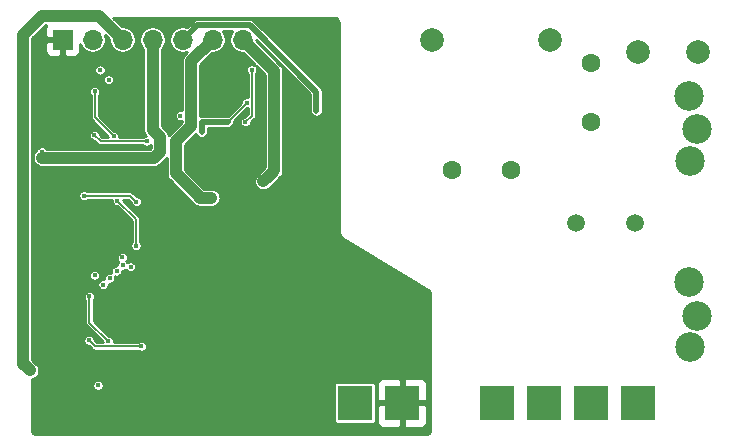
<source format=gbr>
%TF.GenerationSoftware,KiCad,Pcbnew,5.1.10-1.fc33*%
%TF.CreationDate,2021-08-28T17:16:11-07:00*%
%TF.ProjectId,hardware,68617264-7761-4726-952e-6b696361645f,rev?*%
%TF.SameCoordinates,Original*%
%TF.FileFunction,Copper,L2,Inr*%
%TF.FilePolarity,Positive*%
%FSLAX46Y46*%
G04 Gerber Fmt 4.6, Leading zero omitted, Abs format (unit mm)*
G04 Created by KiCad (PCBNEW 5.1.10-1.fc33) date 2021-08-28 17:16:11*
%MOMM*%
%LPD*%
G01*
G04 APERTURE LIST*
%TA.AperFunction,ComponentPad*%
%ADD10R,3.000000X3.000000*%
%TD*%
%TA.AperFunction,ComponentPad*%
%ADD11C,2.000000*%
%TD*%
%TA.AperFunction,ComponentPad*%
%ADD12C,2.500000*%
%TD*%
%TA.AperFunction,ComponentPad*%
%ADD13C,1.600000*%
%TD*%
%TA.AperFunction,ComponentPad*%
%ADD14O,1.700000X1.700000*%
%TD*%
%TA.AperFunction,ComponentPad*%
%ADD15R,1.700000X1.700000*%
%TD*%
%TA.AperFunction,ComponentPad*%
%ADD16C,1.500000*%
%TD*%
%TA.AperFunction,ComponentPad*%
%ADD17C,0.450000*%
%TD*%
%TA.AperFunction,ViaPad*%
%ADD18C,0.400000*%
%TD*%
%TA.AperFunction,ViaPad*%
%ADD19C,1.000000*%
%TD*%
%TA.AperFunction,Conductor*%
%ADD20C,1.000000*%
%TD*%
%TA.AperFunction,Conductor*%
%ADD21C,0.150000*%
%TD*%
%TA.AperFunction,Conductor*%
%ADD22C,0.500000*%
%TD*%
%TA.AperFunction,Conductor*%
%ADD23C,0.254000*%
%TD*%
%TA.AperFunction,Conductor*%
%ADD24C,0.100000*%
%TD*%
G04 APERTURE END LIST*
D10*
%TO.N,GND*%
%TO.C,PS1*%
X118750000Y-126750000D03*
%TO.N,Net-(C2-Pad2)*%
X126750000Y-126750000D03*
%TO.N,Net-(C2-Pad1)*%
X130750000Y-126750000D03*
%TO.N,Net-(C4-Pad1)*%
X114750000Y-126750000D03*
%TO.N,/AC_N*%
X134750000Y-126750000D03*
%TO.N,Net-(L5-Pad2)*%
X138750000Y-126750000D03*
%TD*%
D11*
%TO.N,/AC_L*%
%TO.C,F1*%
X143830000Y-97010000D03*
%TO.N,Net-(F1-Pad1)*%
X138750000Y-97000000D03*
%TD*%
D12*
%TO.N,/AC_L*%
%TO.C,J2*%
X143700000Y-103540814D03*
X143000000Y-100740814D03*
X143100000Y-106240814D03*
%TD*%
%TO.N,/AC_N*%
%TO.C,J1*%
X143700000Y-119354000D03*
X143000000Y-116554000D03*
X143100000Y-122054000D03*
%TD*%
D11*
%TO.N,Net-(C2-Pad2)*%
%TO.C,CY3*%
X131250000Y-96000000D03*
%TO.N,GND*%
X121250000Y-96000000D03*
%TD*%
D13*
%TO.N,Net-(C2-Pad2)*%
%TO.C,C2*%
X123000000Y-107000000D03*
%TO.N,Net-(C2-Pad1)*%
X128000000Y-107000000D03*
%TD*%
D14*
%TO.N,+1V1*%
%TO.C,J3*%
X105240000Y-96000000D03*
%TO.N,+1V35*%
X102700000Y-96000000D03*
%TO.N,+2V5*%
X100160000Y-96000000D03*
%TO.N,+3V0*%
X97620000Y-96000000D03*
%TO.N,+3V3*%
X95080000Y-96000000D03*
%TO.N,+5V*%
X92540000Y-96000000D03*
D15*
%TO.N,GND*%
X90000000Y-96000000D03*
%TD*%
D16*
%TO.N,Net-(L5-Pad2)*%
%TO.C,L5*%
X133500000Y-111500000D03*
%TO.N,Net-(C1-Pad1)*%
X138500000Y-111500000D03*
%TD*%
D13*
%TO.N,Net-(F1-Pad1)*%
%TO.C,NTC1*%
X134750000Y-98000000D03*
%TO.N,Net-(C1-Pad1)*%
X134750000Y-103000000D03*
%TD*%
D17*
%TO.N,GND*%
%TO.C,U6*%
X102651200Y-101111880D03*
X103651200Y-101111880D03*
X103151200Y-101611880D03*
X102651200Y-102111880D03*
X103651200Y-102111880D03*
%TD*%
%TO.N,GND*%
%TO.C,U5*%
X94389880Y-112561380D03*
X94389880Y-111561380D03*
X94889880Y-112061380D03*
X95389880Y-112561380D03*
X95389880Y-111561380D03*
%TD*%
%TO.N,GND*%
%TO.C,U4*%
X94557860Y-101241240D03*
X94557860Y-102241240D03*
X94057860Y-101741240D03*
X93557860Y-101241240D03*
X93557860Y-102241240D03*
%TD*%
%TO.N,GND*%
%TO.C,U3*%
X94099880Y-118609500D03*
X94099880Y-119609500D03*
X93599880Y-119109500D03*
X93099880Y-118609500D03*
X93099880Y-119609500D03*
%TD*%
D18*
%TO.N,+1V35*%
X102600000Y-109400000D03*
X102000000Y-109400000D03*
X101438889Y-109161111D03*
%TO.N,GND*%
X94907980Y-120404900D03*
X94907980Y-121192300D03*
X90539180Y-119363500D03*
X91047180Y-119363500D03*
X88326840Y-117382300D03*
X104446600Y-100303780D03*
X105249240Y-100308860D03*
X103420440Y-105134860D03*
X103405200Y-104164580D03*
X100651840Y-106501380D03*
X101426540Y-107890760D03*
X101426540Y-106989060D03*
X93583240Y-109996360D03*
X101530960Y-112552220D03*
X98231440Y-111807380D03*
X93581780Y-110765980D03*
X99882440Y-115558960D03*
X99880980Y-114575980D03*
X97442580Y-111807380D03*
X101530960Y-113312760D03*
X95365960Y-103036640D03*
X95365960Y-103925640D03*
X90679660Y-101995240D03*
X91505160Y-101995240D03*
X89168360Y-99175840D03*
X89168360Y-98337640D03*
X87999960Y-100014040D03*
X89054060Y-100014040D03*
X88710380Y-115705900D03*
X88710380Y-116467900D03*
X107078040Y-101083560D03*
X99966040Y-101591560D03*
X93750000Y-125250000D03*
X109600000Y-95200000D03*
X109600000Y-96000000D03*
X111800000Y-96600000D03*
X112400000Y-96600000D03*
D19*
X96200000Y-123000000D03*
X96200000Y-124600000D03*
X111750000Y-108500000D03*
X117800000Y-121400000D03*
D18*
X96500000Y-116750000D03*
X96500000Y-98000000D03*
X91250000Y-112000000D03*
X104000000Y-97000000D03*
X106500000Y-99250000D03*
%TO.N,+1V1*%
X107000000Y-108000000D03*
X107375000Y-107625000D03*
X107750000Y-107250000D03*
%TO.N,+3V3*%
X87250000Y-124000000D03*
X86875000Y-123625000D03*
X86675010Y-123074990D03*
X86675010Y-122574990D03*
%TO.N,+5V*%
X93876740Y-121547900D03*
X92276540Y-117737900D03*
X105589600Y-101345180D03*
X101779600Y-102945380D03*
X92723580Y-115934500D03*
X93434780Y-116747300D03*
X94623180Y-109622980D03*
X96223380Y-113432980D03*
X95766180Y-115236380D03*
X95054980Y-114423580D03*
X93181560Y-98566240D03*
X93892760Y-99379040D03*
X94324560Y-104179640D03*
X92724360Y-100369640D03*
X101782140Y-103801360D03*
X99958439Y-102441561D03*
X95091040Y-115091040D03*
X94591040Y-115591040D03*
X93991040Y-116191040D03*
%TO.N,Net-(C10-Pad1)*%
X92240980Y-121446300D03*
X96667379Y-121972901D03*
%TO.N,Net-(C14-Pad1)*%
X92698960Y-104078040D03*
X97125359Y-104604641D03*
%TO.N,Net-(C22-Pad1)*%
X96248780Y-109724580D03*
X91822381Y-109197979D03*
%TO.N,Net-(C23-Pad1)*%
X105488000Y-102970780D03*
X106014601Y-98544381D03*
%TO.N,Net-(L1-Pad1)*%
X93000000Y-125250000D03*
%TO.N,+3V0*%
X88250000Y-106000000D03*
X88250000Y-105500000D03*
%TO.N,+2V5*%
X111500000Y-102000000D03*
%TD*%
D20*
%TO.N,+1V35*%
X100879590Y-97820410D02*
X100879590Y-103320410D01*
X102700000Y-96000000D02*
X100879590Y-97820410D01*
X100879590Y-103320410D02*
X99600000Y-104600000D01*
X99600000Y-107322222D02*
X101438889Y-109161111D01*
X99600000Y-104600000D02*
X99600000Y-107322222D01*
X101677778Y-109400000D02*
X102000000Y-109400000D01*
X102600000Y-109400000D02*
X102600000Y-109400000D01*
X102000000Y-109400000D02*
X102600000Y-109400000D01*
X101438889Y-109161111D02*
X101677778Y-109400000D01*
%TO.N,+1V1*%
X107928041Y-98688041D02*
X107928041Y-107071959D01*
X105240000Y-96000000D02*
X107928041Y-98688041D01*
X107928041Y-107071959D02*
X107750000Y-107250000D01*
X107000000Y-108000000D02*
X107000000Y-108000000D01*
X107375000Y-107625000D02*
X107000000Y-108000000D01*
X107750000Y-107250000D02*
X107375000Y-107625000D01*
%TO.N,+3V3*%
X95080000Y-96000000D02*
X93080000Y-94000000D01*
X88250000Y-94000000D02*
X86675010Y-95574990D01*
X93080000Y-94000000D02*
X88250000Y-94000000D01*
X86675010Y-95574990D02*
X86675010Y-122574990D01*
X86675010Y-123425010D02*
X86875000Y-123625000D01*
X87250000Y-124000000D02*
X87250000Y-124000000D01*
X86875000Y-123625000D02*
X87250000Y-124000000D01*
X86675010Y-123074990D02*
X86675010Y-123425010D01*
X86675010Y-122574990D02*
X86675010Y-123074990D01*
D21*
%TO.N,+5V*%
X93876740Y-121547900D02*
X92276540Y-119947700D01*
X92276540Y-119947700D02*
X92276540Y-117737900D01*
X105589600Y-101345180D02*
X103989400Y-102945380D01*
X94623180Y-109622980D02*
X96223380Y-111223180D01*
X96223380Y-111223180D02*
X96223380Y-113432980D01*
X94324560Y-104179640D02*
X92724360Y-102579440D01*
X92724360Y-102579440D02*
X92724360Y-100369640D01*
D22*
X103989400Y-102945380D02*
X101779600Y-102945380D01*
X101779600Y-103798820D02*
X101782140Y-103801360D01*
X101779600Y-102945380D02*
X101779600Y-103798820D01*
D21*
%TO.N,Net-(C10-Pad1)*%
X92767581Y-121972901D02*
X96667379Y-121972901D01*
X92240980Y-121446300D02*
X92767581Y-121972901D01*
%TO.N,Net-(C14-Pad1)*%
X93225561Y-104604641D02*
X97125359Y-104604641D01*
X92698960Y-104078040D02*
X93225561Y-104604641D01*
%TO.N,Net-(C22-Pad1)*%
X96248780Y-109724580D02*
X95722179Y-109197979D01*
X95722179Y-109197979D02*
X91822381Y-109197979D01*
%TO.N,Net-(C23-Pad1)*%
X106014601Y-102444179D02*
X106014601Y-98544381D01*
X105488000Y-102970780D02*
X106014601Y-102444179D01*
D20*
%TO.N,+3V0*%
X97620000Y-103620000D02*
X98250000Y-104250000D01*
X97620000Y-96000000D02*
X97620000Y-103620000D01*
X98250000Y-104250000D02*
X98250000Y-105500000D01*
X98250000Y-105500000D02*
X97750000Y-106000000D01*
X97750000Y-106000000D02*
X88750000Y-106000000D01*
X88250000Y-106000000D02*
X88250000Y-106000000D01*
X88750000Y-106000000D02*
X88250000Y-106000000D01*
D22*
%TO.N,+2V5*%
X105840001Y-94749999D02*
X111500000Y-100409998D01*
X101410001Y-94749999D02*
X105840001Y-94749999D01*
X100160000Y-96000000D02*
X101410001Y-94749999D01*
X111500000Y-100409998D02*
X111500000Y-102000000D01*
X111500000Y-102000000D02*
X111500000Y-102000000D01*
%TD*%
D23*
%TO.N,GND*%
X113096257Y-94140769D02*
X113185955Y-94177923D01*
X113262976Y-94237024D01*
X113322077Y-94314045D01*
X113359231Y-94403743D01*
X113373000Y-94508328D01*
X113373000Y-112220011D01*
X113374033Y-112236174D01*
X113390231Y-112362411D01*
X113398393Y-112393692D01*
X113445938Y-112511749D01*
X113461732Y-112539954D01*
X113537543Y-112642184D01*
X113559947Y-112665488D01*
X113659112Y-112745265D01*
X113672354Y-112754592D01*
X120937995Y-117207726D01*
X121018141Y-117272203D01*
X121074540Y-117348255D01*
X121109909Y-117436079D01*
X121123000Y-117538101D01*
X121123000Y-128991672D01*
X121109231Y-129096257D01*
X121072077Y-129185955D01*
X121012976Y-129262976D01*
X120935955Y-129322077D01*
X120846257Y-129359231D01*
X120741672Y-129373000D01*
X87758328Y-129373000D01*
X87653743Y-129359231D01*
X87564045Y-129322077D01*
X87487024Y-129262976D01*
X87427923Y-129185955D01*
X87390769Y-129096257D01*
X87377000Y-128991672D01*
X87377000Y-125203020D01*
X92523000Y-125203020D01*
X92523000Y-125296980D01*
X92541331Y-125389136D01*
X92577288Y-125475944D01*
X92629490Y-125554070D01*
X92695930Y-125620510D01*
X92774056Y-125672712D01*
X92860864Y-125708669D01*
X92953020Y-125727000D01*
X93046980Y-125727000D01*
X93139136Y-125708669D01*
X93225944Y-125672712D01*
X93304070Y-125620510D01*
X93370510Y-125554070D01*
X93422712Y-125475944D01*
X93458669Y-125389136D01*
X93477000Y-125296980D01*
X93477000Y-125250000D01*
X112971660Y-125250000D01*
X112971660Y-128250000D01*
X112977008Y-128304301D01*
X112992847Y-128356516D01*
X113018569Y-128404637D01*
X113053184Y-128446816D01*
X113095363Y-128481431D01*
X113143484Y-128507153D01*
X113195699Y-128522992D01*
X113250000Y-128528340D01*
X116250000Y-128528340D01*
X116304301Y-128522992D01*
X116356516Y-128507153D01*
X116404637Y-128481431D01*
X116446816Y-128446816D01*
X116481431Y-128404637D01*
X116507153Y-128356516D01*
X116522992Y-128304301D01*
X116528340Y-128250000D01*
X116611928Y-128250000D01*
X116624188Y-128374482D01*
X116660498Y-128494180D01*
X116719463Y-128604494D01*
X116798815Y-128701185D01*
X116895506Y-128780537D01*
X117005820Y-128839502D01*
X117125518Y-128875812D01*
X117250000Y-128888072D01*
X118464250Y-128885000D01*
X118623000Y-128726250D01*
X118623000Y-126877000D01*
X118877000Y-126877000D01*
X118877000Y-128726250D01*
X119035750Y-128885000D01*
X120250000Y-128888072D01*
X120374482Y-128875812D01*
X120494180Y-128839502D01*
X120604494Y-128780537D01*
X120701185Y-128701185D01*
X120780537Y-128604494D01*
X120839502Y-128494180D01*
X120875812Y-128374482D01*
X120888072Y-128250000D01*
X120885000Y-127035750D01*
X120726250Y-126877000D01*
X118877000Y-126877000D01*
X118623000Y-126877000D01*
X116773750Y-126877000D01*
X116615000Y-127035750D01*
X116611928Y-128250000D01*
X116528340Y-128250000D01*
X116528340Y-125250000D01*
X116611928Y-125250000D01*
X116615000Y-126464250D01*
X116773750Y-126623000D01*
X118623000Y-126623000D01*
X118623000Y-124773750D01*
X118877000Y-124773750D01*
X118877000Y-126623000D01*
X120726250Y-126623000D01*
X120885000Y-126464250D01*
X120888072Y-125250000D01*
X120875812Y-125125518D01*
X120839502Y-125005820D01*
X120780537Y-124895506D01*
X120701185Y-124798815D01*
X120604494Y-124719463D01*
X120494180Y-124660498D01*
X120374482Y-124624188D01*
X120250000Y-124611928D01*
X119035750Y-124615000D01*
X118877000Y-124773750D01*
X118623000Y-124773750D01*
X118464250Y-124615000D01*
X117250000Y-124611928D01*
X117125518Y-124624188D01*
X117005820Y-124660498D01*
X116895506Y-124719463D01*
X116798815Y-124798815D01*
X116719463Y-124895506D01*
X116660498Y-125005820D01*
X116624188Y-125125518D01*
X116611928Y-125250000D01*
X116528340Y-125250000D01*
X116522992Y-125195699D01*
X116507153Y-125143484D01*
X116481431Y-125095363D01*
X116446816Y-125053184D01*
X116404637Y-125018569D01*
X116356516Y-124992847D01*
X116304301Y-124977008D01*
X116250000Y-124971660D01*
X113250000Y-124971660D01*
X113195699Y-124977008D01*
X113143484Y-124992847D01*
X113095363Y-125018569D01*
X113053184Y-125053184D01*
X113018569Y-125095363D01*
X112992847Y-125143484D01*
X112977008Y-125195699D01*
X112971660Y-125250000D01*
X93477000Y-125250000D01*
X93477000Y-125203020D01*
X93458669Y-125110864D01*
X93422712Y-125024056D01*
X93370510Y-124945930D01*
X93304070Y-124879490D01*
X93225944Y-124827288D01*
X93139136Y-124791331D01*
X93046980Y-124773000D01*
X92953020Y-124773000D01*
X92860864Y-124791331D01*
X92774056Y-124827288D01*
X92695930Y-124879490D01*
X92629490Y-124945930D01*
X92577288Y-125024056D01*
X92541331Y-125110864D01*
X92523000Y-125203020D01*
X87377000Y-125203020D01*
X87377000Y-124768251D01*
X87402319Y-124765757D01*
X87548784Y-124721327D01*
X87683766Y-124649177D01*
X87802080Y-124552080D01*
X87899177Y-124433766D01*
X87971327Y-124298784D01*
X88015757Y-124152319D01*
X88030759Y-124000000D01*
X88015757Y-123847681D01*
X87971327Y-123701216D01*
X87899177Y-123566234D01*
X87802080Y-123447920D01*
X87772430Y-123423587D01*
X87452010Y-123103167D01*
X87452010Y-121399320D01*
X91763980Y-121399320D01*
X91763980Y-121493280D01*
X91782311Y-121585436D01*
X91818268Y-121672244D01*
X91870470Y-121750370D01*
X91936910Y-121816810D01*
X92015036Y-121869012D01*
X92101844Y-121904969D01*
X92194000Y-121923300D01*
X92220178Y-121923300D01*
X92506451Y-122209574D01*
X92517475Y-122223007D01*
X92530906Y-122234029D01*
X92571073Y-122266994D01*
X92603759Y-122284465D01*
X92632225Y-122299680D01*
X92698577Y-122319808D01*
X92750289Y-122324901D01*
X92750291Y-122324901D01*
X92767580Y-122326604D01*
X92784869Y-122324901D01*
X96344799Y-122324901D01*
X96363309Y-122343411D01*
X96441435Y-122395613D01*
X96528243Y-122431570D01*
X96620399Y-122449901D01*
X96714359Y-122449901D01*
X96806515Y-122431570D01*
X96893323Y-122395613D01*
X96971449Y-122343411D01*
X97037889Y-122276971D01*
X97090091Y-122198845D01*
X97126048Y-122112037D01*
X97144379Y-122019881D01*
X97144379Y-121925921D01*
X97126048Y-121833765D01*
X97090091Y-121746957D01*
X97037889Y-121668831D01*
X96971449Y-121602391D01*
X96893323Y-121550189D01*
X96806515Y-121514232D01*
X96714359Y-121495901D01*
X96620399Y-121495901D01*
X96528243Y-121514232D01*
X96441435Y-121550189D01*
X96363309Y-121602391D01*
X96344799Y-121620901D01*
X94348564Y-121620901D01*
X94353740Y-121594880D01*
X94353740Y-121500920D01*
X94335409Y-121408764D01*
X94299452Y-121321956D01*
X94247250Y-121243830D01*
X94180810Y-121177390D01*
X94102684Y-121125188D01*
X94015876Y-121089231D01*
X93923720Y-121070900D01*
X93897543Y-121070900D01*
X92628540Y-119801898D01*
X92628540Y-118060480D01*
X92647050Y-118041970D01*
X92699252Y-117963844D01*
X92735209Y-117877036D01*
X92753540Y-117784880D01*
X92753540Y-117690920D01*
X92735209Y-117598764D01*
X92699252Y-117511956D01*
X92647050Y-117433830D01*
X92580610Y-117367390D01*
X92502484Y-117315188D01*
X92415676Y-117279231D01*
X92323520Y-117260900D01*
X92229560Y-117260900D01*
X92137404Y-117279231D01*
X92050596Y-117315188D01*
X91972470Y-117367390D01*
X91906030Y-117433830D01*
X91853828Y-117511956D01*
X91817871Y-117598764D01*
X91799540Y-117690920D01*
X91799540Y-117784880D01*
X91817871Y-117877036D01*
X91853828Y-117963844D01*
X91906030Y-118041970D01*
X91924541Y-118060481D01*
X91924540Y-119930411D01*
X91922837Y-119947700D01*
X91924540Y-119964989D01*
X91924540Y-119964991D01*
X91929633Y-120016703D01*
X91949761Y-120083055D01*
X91949762Y-120083056D01*
X91982447Y-120144207D01*
X92004685Y-120171303D01*
X92026434Y-120197805D01*
X92039869Y-120208831D01*
X93399740Y-121568703D01*
X93399740Y-121594880D01*
X93404916Y-121620901D01*
X92913384Y-121620901D01*
X92717980Y-121425498D01*
X92717980Y-121399320D01*
X92699649Y-121307164D01*
X92663692Y-121220356D01*
X92611490Y-121142230D01*
X92545050Y-121075790D01*
X92466924Y-121023588D01*
X92380116Y-120987631D01*
X92287960Y-120969300D01*
X92194000Y-120969300D01*
X92101844Y-120987631D01*
X92015036Y-121023588D01*
X91936910Y-121075790D01*
X91870470Y-121142230D01*
X91818268Y-121220356D01*
X91782311Y-121307164D01*
X91763980Y-121399320D01*
X87452010Y-121399320D01*
X87452010Y-116700320D01*
X92957780Y-116700320D01*
X92957780Y-116794280D01*
X92976111Y-116886436D01*
X93012068Y-116973244D01*
X93064270Y-117051370D01*
X93130710Y-117117810D01*
X93208836Y-117170012D01*
X93295644Y-117205969D01*
X93387800Y-117224300D01*
X93481760Y-117224300D01*
X93573916Y-117205969D01*
X93660724Y-117170012D01*
X93738850Y-117117810D01*
X93805290Y-117051370D01*
X93857492Y-116973244D01*
X93893449Y-116886436D01*
X93911780Y-116794280D01*
X93911780Y-116700320D01*
X93903765Y-116660025D01*
X93944060Y-116668040D01*
X94038020Y-116668040D01*
X94130176Y-116649709D01*
X94216984Y-116613752D01*
X94295110Y-116561550D01*
X94361550Y-116495110D01*
X94413752Y-116416984D01*
X94449709Y-116330176D01*
X94468040Y-116238020D01*
X94468040Y-116144060D01*
X94449709Y-116051904D01*
X94448157Y-116048157D01*
X94451904Y-116049709D01*
X94544060Y-116068040D01*
X94638020Y-116068040D01*
X94730176Y-116049709D01*
X94816984Y-116013752D01*
X94895110Y-115961550D01*
X94961550Y-115895110D01*
X95013752Y-115816984D01*
X95049709Y-115730176D01*
X95068040Y-115638020D01*
X95068040Y-115568040D01*
X95138020Y-115568040D01*
X95230176Y-115549709D01*
X95316984Y-115513752D01*
X95359050Y-115485644D01*
X95395670Y-115540450D01*
X95462110Y-115606890D01*
X95540236Y-115659092D01*
X95627044Y-115695049D01*
X95719200Y-115713380D01*
X95813160Y-115713380D01*
X95905316Y-115695049D01*
X95992124Y-115659092D01*
X96070250Y-115606890D01*
X96136690Y-115540450D01*
X96188892Y-115462324D01*
X96224849Y-115375516D01*
X96243180Y-115283360D01*
X96243180Y-115189400D01*
X96224849Y-115097244D01*
X96188892Y-115010436D01*
X96136690Y-114932310D01*
X96070250Y-114865870D01*
X95992124Y-114813668D01*
X95905316Y-114777711D01*
X95813160Y-114759380D01*
X95719200Y-114759380D01*
X95627044Y-114777711D01*
X95540236Y-114813668D01*
X95498170Y-114841776D01*
X95461550Y-114786970D01*
X95413860Y-114739280D01*
X95425490Y-114727650D01*
X95477692Y-114649524D01*
X95513649Y-114562716D01*
X95531980Y-114470560D01*
X95531980Y-114376600D01*
X95513649Y-114284444D01*
X95477692Y-114197636D01*
X95425490Y-114119510D01*
X95359050Y-114053070D01*
X95280924Y-114000868D01*
X95194116Y-113964911D01*
X95101960Y-113946580D01*
X95008000Y-113946580D01*
X94915844Y-113964911D01*
X94829036Y-114000868D01*
X94750910Y-114053070D01*
X94684470Y-114119510D01*
X94632268Y-114197636D01*
X94596311Y-114284444D01*
X94577980Y-114376600D01*
X94577980Y-114470560D01*
X94596311Y-114562716D01*
X94632268Y-114649524D01*
X94684470Y-114727650D01*
X94732160Y-114775340D01*
X94720530Y-114786970D01*
X94668328Y-114865096D01*
X94632371Y-114951904D01*
X94614040Y-115044060D01*
X94614040Y-115114040D01*
X94544060Y-115114040D01*
X94451904Y-115132371D01*
X94365096Y-115168328D01*
X94286970Y-115220530D01*
X94220530Y-115286970D01*
X94168328Y-115365096D01*
X94132371Y-115451904D01*
X94114040Y-115544060D01*
X94114040Y-115638020D01*
X94132371Y-115730176D01*
X94133923Y-115733923D01*
X94130176Y-115732371D01*
X94038020Y-115714040D01*
X93944060Y-115714040D01*
X93851904Y-115732371D01*
X93765096Y-115768328D01*
X93686970Y-115820530D01*
X93620530Y-115886970D01*
X93568328Y-115965096D01*
X93532371Y-116051904D01*
X93514040Y-116144060D01*
X93514040Y-116238020D01*
X93522055Y-116278315D01*
X93481760Y-116270300D01*
X93387800Y-116270300D01*
X93295644Y-116288631D01*
X93208836Y-116324588D01*
X93130710Y-116376790D01*
X93064270Y-116443230D01*
X93012068Y-116521356D01*
X92976111Y-116608164D01*
X92957780Y-116700320D01*
X87452010Y-116700320D01*
X87452010Y-115887520D01*
X92246580Y-115887520D01*
X92246580Y-115981480D01*
X92264911Y-116073636D01*
X92300868Y-116160444D01*
X92353070Y-116238570D01*
X92419510Y-116305010D01*
X92497636Y-116357212D01*
X92584444Y-116393169D01*
X92676600Y-116411500D01*
X92770560Y-116411500D01*
X92862716Y-116393169D01*
X92949524Y-116357212D01*
X93027650Y-116305010D01*
X93094090Y-116238570D01*
X93146292Y-116160444D01*
X93182249Y-116073636D01*
X93200580Y-115981480D01*
X93200580Y-115887520D01*
X93182249Y-115795364D01*
X93146292Y-115708556D01*
X93094090Y-115630430D01*
X93027650Y-115563990D01*
X92949524Y-115511788D01*
X92862716Y-115475831D01*
X92770560Y-115457500D01*
X92676600Y-115457500D01*
X92584444Y-115475831D01*
X92497636Y-115511788D01*
X92419510Y-115563990D01*
X92353070Y-115630430D01*
X92300868Y-115708556D01*
X92264911Y-115795364D01*
X92246580Y-115887520D01*
X87452010Y-115887520D01*
X87452010Y-109150999D01*
X91345381Y-109150999D01*
X91345381Y-109244959D01*
X91363712Y-109337115D01*
X91399669Y-109423923D01*
X91451871Y-109502049D01*
X91518311Y-109568489D01*
X91596437Y-109620691D01*
X91683245Y-109656648D01*
X91775401Y-109674979D01*
X91869361Y-109674979D01*
X91961517Y-109656648D01*
X92048325Y-109620691D01*
X92126451Y-109568489D01*
X92144961Y-109549979D01*
X94151356Y-109549979D01*
X94146180Y-109576000D01*
X94146180Y-109669960D01*
X94164511Y-109762116D01*
X94200468Y-109848924D01*
X94252670Y-109927050D01*
X94319110Y-109993490D01*
X94397236Y-110045692D01*
X94484044Y-110081649D01*
X94576200Y-110099980D01*
X94602378Y-110099980D01*
X95871380Y-111368983D01*
X95871381Y-113110399D01*
X95852870Y-113128910D01*
X95800668Y-113207036D01*
X95764711Y-113293844D01*
X95746380Y-113386000D01*
X95746380Y-113479960D01*
X95764711Y-113572116D01*
X95800668Y-113658924D01*
X95852870Y-113737050D01*
X95919310Y-113803490D01*
X95997436Y-113855692D01*
X96084244Y-113891649D01*
X96176400Y-113909980D01*
X96270360Y-113909980D01*
X96362516Y-113891649D01*
X96449324Y-113855692D01*
X96527450Y-113803490D01*
X96593890Y-113737050D01*
X96646092Y-113658924D01*
X96682049Y-113572116D01*
X96700380Y-113479960D01*
X96700380Y-113386000D01*
X96682049Y-113293844D01*
X96646092Y-113207036D01*
X96593890Y-113128910D01*
X96575380Y-113110400D01*
X96575380Y-111240469D01*
X96577083Y-111223180D01*
X96575380Y-111205888D01*
X96570287Y-111154176D01*
X96554844Y-111103266D01*
X96550159Y-111087823D01*
X96517473Y-111026673D01*
X96484509Y-110986506D01*
X96484506Y-110986503D01*
X96473485Y-110973074D01*
X96460057Y-110962054D01*
X95100180Y-109602178D01*
X95100180Y-109576000D01*
X95095004Y-109549979D01*
X95576377Y-109549979D01*
X95771780Y-109745383D01*
X95771780Y-109771560D01*
X95790111Y-109863716D01*
X95826068Y-109950524D01*
X95878270Y-110028650D01*
X95944710Y-110095090D01*
X96022836Y-110147292D01*
X96109644Y-110183249D01*
X96201800Y-110201580D01*
X96295760Y-110201580D01*
X96387916Y-110183249D01*
X96474724Y-110147292D01*
X96552850Y-110095090D01*
X96619290Y-110028650D01*
X96671492Y-109950524D01*
X96707449Y-109863716D01*
X96725780Y-109771560D01*
X96725780Y-109677600D01*
X96707449Y-109585444D01*
X96671492Y-109498636D01*
X96619290Y-109420510D01*
X96552850Y-109354070D01*
X96474724Y-109301868D01*
X96387916Y-109265911D01*
X96295760Y-109247580D01*
X96269583Y-109247580D01*
X95983314Y-108961312D01*
X95972285Y-108947873D01*
X95918686Y-108903886D01*
X95857535Y-108871200D01*
X95791183Y-108851072D01*
X95739471Y-108845979D01*
X95739468Y-108845979D01*
X95722179Y-108844276D01*
X95704890Y-108845979D01*
X92144961Y-108845979D01*
X92126451Y-108827469D01*
X92048325Y-108775267D01*
X91961517Y-108739310D01*
X91869361Y-108720979D01*
X91775401Y-108720979D01*
X91683245Y-108739310D01*
X91596437Y-108775267D01*
X91518311Y-108827469D01*
X91451871Y-108893909D01*
X91399669Y-108972035D01*
X91363712Y-109058843D01*
X91345381Y-109150999D01*
X87452010Y-109150999D01*
X87452010Y-106000000D01*
X87469241Y-106000000D01*
X87484243Y-106152319D01*
X87528673Y-106298784D01*
X87600823Y-106433766D01*
X87697920Y-106552080D01*
X87816234Y-106649177D01*
X87951216Y-106721327D01*
X88097681Y-106765757D01*
X88211834Y-106777000D01*
X97711837Y-106777000D01*
X97750000Y-106780759D01*
X97788163Y-106777000D01*
X97788166Y-106777000D01*
X97902319Y-106765757D01*
X98048784Y-106721327D01*
X98183766Y-106649177D01*
X98302080Y-106552080D01*
X98326413Y-106522430D01*
X98772430Y-106076413D01*
X98802080Y-106052080D01*
X98823001Y-106026588D01*
X98823001Y-107284049D01*
X98819241Y-107322222D01*
X98834244Y-107474540D01*
X98878673Y-107621005D01*
X98950823Y-107755988D01*
X99023591Y-107844656D01*
X99047921Y-107874302D01*
X99077565Y-107898630D01*
X100916454Y-109737520D01*
X100916460Y-109737525D01*
X101101365Y-109922430D01*
X101125698Y-109952080D01*
X101244012Y-110049177D01*
X101378994Y-110121327D01*
X101525459Y-110165757D01*
X101639612Y-110177000D01*
X101639621Y-110177000D01*
X101677777Y-110180758D01*
X101715933Y-110177000D01*
X102638166Y-110177000D01*
X102752319Y-110165757D01*
X102898784Y-110121327D01*
X103033766Y-110049177D01*
X103152080Y-109952080D01*
X103249177Y-109833766D01*
X103321327Y-109698784D01*
X103365757Y-109552319D01*
X103380759Y-109400000D01*
X103365757Y-109247681D01*
X103321327Y-109101216D01*
X103249177Y-108966234D01*
X103152080Y-108847920D01*
X103033766Y-108750823D01*
X102898784Y-108678673D01*
X102752319Y-108634243D01*
X102638166Y-108623000D01*
X101999622Y-108623000D01*
X100377000Y-107000379D01*
X100377000Y-104921843D01*
X101292804Y-104006040D01*
X101339296Y-104093021D01*
X101343121Y-104097682D01*
X101405153Y-104173268D01*
X101425262Y-104189771D01*
X101427796Y-104192305D01*
X101487939Y-104241664D01*
X101579491Y-104290599D01*
X101678831Y-104320734D01*
X101782139Y-104330909D01*
X101885449Y-104320734D01*
X101984788Y-104290599D01*
X102076341Y-104241664D01*
X102156587Y-104175807D01*
X102222444Y-104095561D01*
X102271379Y-104004008D01*
X102301514Y-103904669D01*
X102311689Y-103801359D01*
X102306600Y-103749690D01*
X102306600Y-103472380D01*
X104015281Y-103472380D01*
X104092710Y-103464754D01*
X104192050Y-103434619D01*
X104283602Y-103385684D01*
X104363848Y-103319828D01*
X104429704Y-103239582D01*
X104478639Y-103148030D01*
X104508774Y-103048690D01*
X104518949Y-102945380D01*
X104516103Y-102916480D01*
X105610403Y-101822180D01*
X105636580Y-101822180D01*
X105662601Y-101817004D01*
X105662601Y-102298376D01*
X105467198Y-102493780D01*
X105441020Y-102493780D01*
X105348864Y-102512111D01*
X105262056Y-102548068D01*
X105183930Y-102600270D01*
X105117490Y-102666710D01*
X105065288Y-102744836D01*
X105029331Y-102831644D01*
X105011000Y-102923800D01*
X105011000Y-103017760D01*
X105029331Y-103109916D01*
X105065288Y-103196724D01*
X105117490Y-103274850D01*
X105183930Y-103341290D01*
X105262056Y-103393492D01*
X105348864Y-103429449D01*
X105441020Y-103447780D01*
X105534980Y-103447780D01*
X105627136Y-103429449D01*
X105713944Y-103393492D01*
X105792070Y-103341290D01*
X105858510Y-103274850D01*
X105910712Y-103196724D01*
X105946669Y-103109916D01*
X105965000Y-103017760D01*
X105965000Y-102991582D01*
X106251278Y-102705305D01*
X106264706Y-102694285D01*
X106275729Y-102680854D01*
X106308694Y-102640687D01*
X106332188Y-102596732D01*
X106341380Y-102579535D01*
X106361508Y-102513183D01*
X106366601Y-102461471D01*
X106366601Y-102461469D01*
X106368304Y-102444180D01*
X106366601Y-102426891D01*
X106366601Y-98866961D01*
X106385111Y-98848451D01*
X106437313Y-98770325D01*
X106473270Y-98683517D01*
X106491601Y-98591361D01*
X106491601Y-98497401D01*
X106473270Y-98405245D01*
X106437313Y-98318437D01*
X106392448Y-98251292D01*
X107151041Y-99009885D01*
X107151042Y-106750115D01*
X106477570Y-107423587D01*
X106447920Y-107447920D01*
X106350823Y-107566234D01*
X106278673Y-107701216D01*
X106234243Y-107847681D01*
X106219241Y-108000000D01*
X106234243Y-108152319D01*
X106278673Y-108298784D01*
X106350823Y-108433766D01*
X106447920Y-108552080D01*
X106566234Y-108649177D01*
X106701216Y-108721327D01*
X106847681Y-108765757D01*
X106961834Y-108777000D01*
X106961837Y-108777000D01*
X107000000Y-108780759D01*
X107038163Y-108777000D01*
X107038166Y-108777000D01*
X107152319Y-108765757D01*
X107298784Y-108721327D01*
X107433766Y-108649177D01*
X107552080Y-108552080D01*
X107576413Y-108522430D01*
X108450471Y-107648372D01*
X108480121Y-107624039D01*
X108577218Y-107505725D01*
X108649368Y-107370743D01*
X108693798Y-107224278D01*
X108705041Y-107110125D01*
X108705041Y-107110123D01*
X108708800Y-107071959D01*
X108705041Y-107033796D01*
X108705041Y-98726196D01*
X108708799Y-98688040D01*
X108705041Y-98649884D01*
X108705041Y-98649875D01*
X108693798Y-98535722D01*
X108649368Y-98389257D01*
X108598599Y-98294275D01*
X108577218Y-98254274D01*
X108504450Y-98165606D01*
X108504449Y-98165605D01*
X108480121Y-98135961D01*
X108450478Y-98111634D01*
X106367000Y-96028157D01*
X106367000Y-96022287D01*
X110973000Y-100628288D01*
X110973001Y-101974109D01*
X110970451Y-102000000D01*
X110980626Y-102103310D01*
X111010761Y-102202650D01*
X111059696Y-102294202D01*
X111125552Y-102374448D01*
X111205798Y-102440304D01*
X111297350Y-102489239D01*
X111396690Y-102519374D01*
X111474119Y-102527000D01*
X111500000Y-102529549D01*
X111603310Y-102519374D01*
X111702650Y-102489239D01*
X111794202Y-102440304D01*
X111874448Y-102374448D01*
X111940304Y-102294202D01*
X111989239Y-102202650D01*
X112019374Y-102103310D01*
X112027000Y-102025881D01*
X112029549Y-102000000D01*
X112027000Y-101974119D01*
X112027000Y-100435875D01*
X112029549Y-100409997D01*
X112023871Y-100352348D01*
X112019374Y-100306688D01*
X111989239Y-100207348D01*
X111940304Y-100115796D01*
X111874448Y-100035550D01*
X111854339Y-100019047D01*
X106230956Y-94395665D01*
X106214449Y-94375551D01*
X106134203Y-94309695D01*
X106042651Y-94260760D01*
X105943311Y-94230625D01*
X105865882Y-94222999D01*
X105840001Y-94220450D01*
X105814120Y-94222999D01*
X101435878Y-94222999D01*
X101410000Y-94220450D01*
X101384122Y-94222999D01*
X101384120Y-94222999D01*
X101306691Y-94230625D01*
X101207351Y-94260760D01*
X101115799Y-94309695D01*
X101035553Y-94375551D01*
X101019050Y-94395660D01*
X100495569Y-94919141D01*
X100488734Y-94916310D01*
X100271000Y-94873000D01*
X100049000Y-94873000D01*
X99831266Y-94916310D01*
X99626165Y-95001266D01*
X99441579Y-95124602D01*
X99284602Y-95281579D01*
X99161266Y-95466165D01*
X99076310Y-95671266D01*
X99033000Y-95889000D01*
X99033000Y-96111000D01*
X99076310Y-96328734D01*
X99161266Y-96533835D01*
X99284602Y-96718421D01*
X99441579Y-96875398D01*
X99626165Y-96998734D01*
X99831266Y-97083690D01*
X100049000Y-97127000D01*
X100271000Y-97127000D01*
X100488734Y-97083690D01*
X100537784Y-97063373D01*
X100357159Y-97243998D01*
X100327510Y-97268330D01*
X100303181Y-97297976D01*
X100230413Y-97386644D01*
X100202160Y-97439502D01*
X100158263Y-97521627D01*
X100113833Y-97668092D01*
X100102590Y-97782244D01*
X100098831Y-97820410D01*
X100102590Y-97858573D01*
X100102591Y-101984970D01*
X100097575Y-101982892D01*
X100005419Y-101964561D01*
X99911459Y-101964561D01*
X99819303Y-101982892D01*
X99732495Y-102018849D01*
X99654369Y-102071051D01*
X99587929Y-102137491D01*
X99535727Y-102215617D01*
X99499770Y-102302425D01*
X99481439Y-102394581D01*
X99481439Y-102488541D01*
X99499770Y-102580697D01*
X99535727Y-102667505D01*
X99587929Y-102745631D01*
X99654369Y-102812071D01*
X99732495Y-102864273D01*
X99819303Y-102900230D01*
X99911459Y-102918561D01*
X100005419Y-102918561D01*
X100097575Y-102900230D01*
X100102591Y-102898152D01*
X100102591Y-102998565D01*
X99077569Y-104023588D01*
X99047920Y-104047920D01*
X99013416Y-104089964D01*
X98971327Y-103951216D01*
X98945089Y-103902129D01*
X98899178Y-103816234D01*
X98826409Y-103727565D01*
X98826408Y-103727564D01*
X98802080Y-103697920D01*
X98772437Y-103673593D01*
X98397000Y-103298157D01*
X98397000Y-96816819D01*
X98495398Y-96718421D01*
X98618734Y-96533835D01*
X98703690Y-96328734D01*
X98747000Y-96111000D01*
X98747000Y-95889000D01*
X98703690Y-95671266D01*
X98618734Y-95466165D01*
X98495398Y-95281579D01*
X98338421Y-95124602D01*
X98153835Y-95001266D01*
X97948734Y-94916310D01*
X97731000Y-94873000D01*
X97509000Y-94873000D01*
X97291266Y-94916310D01*
X97086165Y-95001266D01*
X96901579Y-95124602D01*
X96744602Y-95281579D01*
X96621266Y-95466165D01*
X96536310Y-95671266D01*
X96493000Y-95889000D01*
X96493000Y-96111000D01*
X96536310Y-96328734D01*
X96621266Y-96533835D01*
X96744602Y-96718421D01*
X96843000Y-96816819D01*
X96843001Y-103581827D01*
X96839241Y-103620000D01*
X96852170Y-103751262D01*
X96854244Y-103772319D01*
X96862283Y-103798820D01*
X96898673Y-103918783D01*
X96970823Y-104053766D01*
X97029300Y-104125020D01*
X97038037Y-104135666D01*
X96986223Y-104145972D01*
X96899415Y-104181929D01*
X96821289Y-104234131D01*
X96802779Y-104252641D01*
X94796384Y-104252641D01*
X94801560Y-104226620D01*
X94801560Y-104132660D01*
X94783229Y-104040504D01*
X94747272Y-103953696D01*
X94695070Y-103875570D01*
X94628630Y-103809130D01*
X94550504Y-103756928D01*
X94463696Y-103720971D01*
X94371540Y-103702640D01*
X94345363Y-103702640D01*
X93076360Y-102433638D01*
X93076360Y-100692220D01*
X93094870Y-100673710D01*
X93147072Y-100595584D01*
X93183029Y-100508776D01*
X93201360Y-100416620D01*
X93201360Y-100322660D01*
X93183029Y-100230504D01*
X93147072Y-100143696D01*
X93094870Y-100065570D01*
X93028430Y-99999130D01*
X92950304Y-99946928D01*
X92863496Y-99910971D01*
X92771340Y-99892640D01*
X92677380Y-99892640D01*
X92585224Y-99910971D01*
X92498416Y-99946928D01*
X92420290Y-99999130D01*
X92353850Y-100065570D01*
X92301648Y-100143696D01*
X92265691Y-100230504D01*
X92247360Y-100322660D01*
X92247360Y-100416620D01*
X92265691Y-100508776D01*
X92301648Y-100595584D01*
X92353850Y-100673710D01*
X92372361Y-100692221D01*
X92372360Y-102562151D01*
X92370657Y-102579440D01*
X92372360Y-102596729D01*
X92372360Y-102596731D01*
X92377453Y-102648443D01*
X92397581Y-102714795D01*
X92397582Y-102714796D01*
X92430267Y-102775947D01*
X92442692Y-102791086D01*
X92474254Y-102829545D01*
X92487689Y-102840571D01*
X93847560Y-104200443D01*
X93847560Y-104226620D01*
X93852736Y-104252641D01*
X93371364Y-104252641D01*
X93175960Y-104057238D01*
X93175960Y-104031060D01*
X93157629Y-103938904D01*
X93121672Y-103852096D01*
X93069470Y-103773970D01*
X93003030Y-103707530D01*
X92924904Y-103655328D01*
X92838096Y-103619371D01*
X92745940Y-103601040D01*
X92651980Y-103601040D01*
X92559824Y-103619371D01*
X92473016Y-103655328D01*
X92394890Y-103707530D01*
X92328450Y-103773970D01*
X92276248Y-103852096D01*
X92240291Y-103938904D01*
X92221960Y-104031060D01*
X92221960Y-104125020D01*
X92240291Y-104217176D01*
X92276248Y-104303984D01*
X92328450Y-104382110D01*
X92394890Y-104448550D01*
X92473016Y-104500752D01*
X92559824Y-104536709D01*
X92651980Y-104555040D01*
X92678158Y-104555040D01*
X92964431Y-104841314D01*
X92975455Y-104854747D01*
X92988886Y-104865769D01*
X93029053Y-104898734D01*
X93061739Y-104916205D01*
X93090205Y-104931420D01*
X93156557Y-104951548D01*
X93208269Y-104956641D01*
X93208271Y-104956641D01*
X93225560Y-104958344D01*
X93242849Y-104956641D01*
X96802779Y-104956641D01*
X96821289Y-104975151D01*
X96899415Y-105027353D01*
X96986223Y-105063310D01*
X97078379Y-105081641D01*
X97172339Y-105081641D01*
X97264495Y-105063310D01*
X97351303Y-105027353D01*
X97429429Y-104975151D01*
X97473001Y-104931579D01*
X97473001Y-105178156D01*
X97428157Y-105223000D01*
X88638598Y-105223000D01*
X88620510Y-105195930D01*
X88554070Y-105129490D01*
X88475944Y-105077288D01*
X88389136Y-105041331D01*
X88296980Y-105023000D01*
X88203020Y-105023000D01*
X88110864Y-105041331D01*
X88024056Y-105077288D01*
X87945930Y-105129490D01*
X87879490Y-105195930D01*
X87827288Y-105274056D01*
X87791331Y-105360864D01*
X87788860Y-105373288D01*
X87697920Y-105447920D01*
X87600823Y-105566234D01*
X87528673Y-105701216D01*
X87484243Y-105847681D01*
X87469241Y-106000000D01*
X87452010Y-106000000D01*
X87452010Y-99332060D01*
X93415760Y-99332060D01*
X93415760Y-99426020D01*
X93434091Y-99518176D01*
X93470048Y-99604984D01*
X93522250Y-99683110D01*
X93588690Y-99749550D01*
X93666816Y-99801752D01*
X93753624Y-99837709D01*
X93845780Y-99856040D01*
X93939740Y-99856040D01*
X94031896Y-99837709D01*
X94118704Y-99801752D01*
X94196830Y-99749550D01*
X94263270Y-99683110D01*
X94315472Y-99604984D01*
X94351429Y-99518176D01*
X94369760Y-99426020D01*
X94369760Y-99332060D01*
X94351429Y-99239904D01*
X94315472Y-99153096D01*
X94263270Y-99074970D01*
X94196830Y-99008530D01*
X94118704Y-98956328D01*
X94031896Y-98920371D01*
X93939740Y-98902040D01*
X93845780Y-98902040D01*
X93753624Y-98920371D01*
X93666816Y-98956328D01*
X93588690Y-99008530D01*
X93522250Y-99074970D01*
X93470048Y-99153096D01*
X93434091Y-99239904D01*
X93415760Y-99332060D01*
X87452010Y-99332060D01*
X87452010Y-98519260D01*
X92704560Y-98519260D01*
X92704560Y-98613220D01*
X92722891Y-98705376D01*
X92758848Y-98792184D01*
X92811050Y-98870310D01*
X92877490Y-98936750D01*
X92955616Y-98988952D01*
X93042424Y-99024909D01*
X93134580Y-99043240D01*
X93228540Y-99043240D01*
X93320696Y-99024909D01*
X93407504Y-98988952D01*
X93485630Y-98936750D01*
X93552070Y-98870310D01*
X93604272Y-98792184D01*
X93640229Y-98705376D01*
X93658560Y-98613220D01*
X93658560Y-98519260D01*
X93640229Y-98427104D01*
X93604272Y-98340296D01*
X93552070Y-98262170D01*
X93485630Y-98195730D01*
X93407504Y-98143528D01*
X93320696Y-98107571D01*
X93228540Y-98089240D01*
X93134580Y-98089240D01*
X93042424Y-98107571D01*
X92955616Y-98143528D01*
X92877490Y-98195730D01*
X92811050Y-98262170D01*
X92758848Y-98340296D01*
X92722891Y-98427104D01*
X92704560Y-98519260D01*
X87452010Y-98519260D01*
X87452010Y-96850000D01*
X88511928Y-96850000D01*
X88524188Y-96974482D01*
X88560498Y-97094180D01*
X88619463Y-97204494D01*
X88698815Y-97301185D01*
X88795506Y-97380537D01*
X88905820Y-97439502D01*
X89025518Y-97475812D01*
X89150000Y-97488072D01*
X89714250Y-97485000D01*
X89873000Y-97326250D01*
X89873000Y-96127000D01*
X88673750Y-96127000D01*
X88515000Y-96285750D01*
X88511928Y-96850000D01*
X87452010Y-96850000D01*
X87452010Y-95896833D01*
X88571844Y-94777000D01*
X88634650Y-94777000D01*
X88619463Y-94795506D01*
X88560498Y-94905820D01*
X88524188Y-95025518D01*
X88511928Y-95150000D01*
X88515000Y-95714250D01*
X88673750Y-95873000D01*
X89873000Y-95873000D01*
X89873000Y-95853000D01*
X90127000Y-95853000D01*
X90127000Y-95873000D01*
X90147000Y-95873000D01*
X90147000Y-96127000D01*
X90127000Y-96127000D01*
X90127000Y-97326250D01*
X90285750Y-97485000D01*
X90850000Y-97488072D01*
X90974482Y-97475812D01*
X91094180Y-97439502D01*
X91204494Y-97380537D01*
X91301185Y-97301185D01*
X91380537Y-97204494D01*
X91439502Y-97094180D01*
X91475812Y-96974482D01*
X91488072Y-96850000D01*
X91485619Y-96399492D01*
X91541266Y-96533835D01*
X91664602Y-96718421D01*
X91821579Y-96875398D01*
X92006165Y-96998734D01*
X92211266Y-97083690D01*
X92429000Y-97127000D01*
X92651000Y-97127000D01*
X92868734Y-97083690D01*
X93073835Y-96998734D01*
X93258421Y-96875398D01*
X93415398Y-96718421D01*
X93538734Y-96533835D01*
X93623690Y-96328734D01*
X93667000Y-96111000D01*
X93667000Y-95889000D01*
X93623690Y-95671266D01*
X93603373Y-95622216D01*
X93953000Y-95971844D01*
X93953000Y-96111000D01*
X93996310Y-96328734D01*
X94081266Y-96533835D01*
X94204602Y-96718421D01*
X94361579Y-96875398D01*
X94546165Y-96998734D01*
X94751266Y-97083690D01*
X94969000Y-97127000D01*
X95191000Y-97127000D01*
X95408734Y-97083690D01*
X95613835Y-96998734D01*
X95798421Y-96875398D01*
X95955398Y-96718421D01*
X96078734Y-96533835D01*
X96163690Y-96328734D01*
X96207000Y-96111000D01*
X96207000Y-95889000D01*
X96163690Y-95671266D01*
X96078734Y-95466165D01*
X95955398Y-95281579D01*
X95798421Y-95124602D01*
X95613835Y-95001266D01*
X95408734Y-94916310D01*
X95191000Y-94873000D01*
X95051844Y-94873000D01*
X94305843Y-94127000D01*
X112991672Y-94127000D01*
X113096257Y-94140769D01*
%TA.AperFunction,Conductor*%
D24*
G36*
X113096257Y-94140769D02*
G01*
X113185955Y-94177923D01*
X113262976Y-94237024D01*
X113322077Y-94314045D01*
X113359231Y-94403743D01*
X113373000Y-94508328D01*
X113373000Y-112220011D01*
X113374033Y-112236174D01*
X113390231Y-112362411D01*
X113398393Y-112393692D01*
X113445938Y-112511749D01*
X113461732Y-112539954D01*
X113537543Y-112642184D01*
X113559947Y-112665488D01*
X113659112Y-112745265D01*
X113672354Y-112754592D01*
X120937995Y-117207726D01*
X121018141Y-117272203D01*
X121074540Y-117348255D01*
X121109909Y-117436079D01*
X121123000Y-117538101D01*
X121123000Y-128991672D01*
X121109231Y-129096257D01*
X121072077Y-129185955D01*
X121012976Y-129262976D01*
X120935955Y-129322077D01*
X120846257Y-129359231D01*
X120741672Y-129373000D01*
X87758328Y-129373000D01*
X87653743Y-129359231D01*
X87564045Y-129322077D01*
X87487024Y-129262976D01*
X87427923Y-129185955D01*
X87390769Y-129096257D01*
X87377000Y-128991672D01*
X87377000Y-125203020D01*
X92523000Y-125203020D01*
X92523000Y-125296980D01*
X92541331Y-125389136D01*
X92577288Y-125475944D01*
X92629490Y-125554070D01*
X92695930Y-125620510D01*
X92774056Y-125672712D01*
X92860864Y-125708669D01*
X92953020Y-125727000D01*
X93046980Y-125727000D01*
X93139136Y-125708669D01*
X93225944Y-125672712D01*
X93304070Y-125620510D01*
X93370510Y-125554070D01*
X93422712Y-125475944D01*
X93458669Y-125389136D01*
X93477000Y-125296980D01*
X93477000Y-125250000D01*
X112971660Y-125250000D01*
X112971660Y-128250000D01*
X112977008Y-128304301D01*
X112992847Y-128356516D01*
X113018569Y-128404637D01*
X113053184Y-128446816D01*
X113095363Y-128481431D01*
X113143484Y-128507153D01*
X113195699Y-128522992D01*
X113250000Y-128528340D01*
X116250000Y-128528340D01*
X116304301Y-128522992D01*
X116356516Y-128507153D01*
X116404637Y-128481431D01*
X116446816Y-128446816D01*
X116481431Y-128404637D01*
X116507153Y-128356516D01*
X116522992Y-128304301D01*
X116528340Y-128250000D01*
X116611928Y-128250000D01*
X116624188Y-128374482D01*
X116660498Y-128494180D01*
X116719463Y-128604494D01*
X116798815Y-128701185D01*
X116895506Y-128780537D01*
X117005820Y-128839502D01*
X117125518Y-128875812D01*
X117250000Y-128888072D01*
X118464250Y-128885000D01*
X118623000Y-128726250D01*
X118623000Y-126877000D01*
X118877000Y-126877000D01*
X118877000Y-128726250D01*
X119035750Y-128885000D01*
X120250000Y-128888072D01*
X120374482Y-128875812D01*
X120494180Y-128839502D01*
X120604494Y-128780537D01*
X120701185Y-128701185D01*
X120780537Y-128604494D01*
X120839502Y-128494180D01*
X120875812Y-128374482D01*
X120888072Y-128250000D01*
X120885000Y-127035750D01*
X120726250Y-126877000D01*
X118877000Y-126877000D01*
X118623000Y-126877000D01*
X116773750Y-126877000D01*
X116615000Y-127035750D01*
X116611928Y-128250000D01*
X116528340Y-128250000D01*
X116528340Y-125250000D01*
X116611928Y-125250000D01*
X116615000Y-126464250D01*
X116773750Y-126623000D01*
X118623000Y-126623000D01*
X118623000Y-124773750D01*
X118877000Y-124773750D01*
X118877000Y-126623000D01*
X120726250Y-126623000D01*
X120885000Y-126464250D01*
X120888072Y-125250000D01*
X120875812Y-125125518D01*
X120839502Y-125005820D01*
X120780537Y-124895506D01*
X120701185Y-124798815D01*
X120604494Y-124719463D01*
X120494180Y-124660498D01*
X120374482Y-124624188D01*
X120250000Y-124611928D01*
X119035750Y-124615000D01*
X118877000Y-124773750D01*
X118623000Y-124773750D01*
X118464250Y-124615000D01*
X117250000Y-124611928D01*
X117125518Y-124624188D01*
X117005820Y-124660498D01*
X116895506Y-124719463D01*
X116798815Y-124798815D01*
X116719463Y-124895506D01*
X116660498Y-125005820D01*
X116624188Y-125125518D01*
X116611928Y-125250000D01*
X116528340Y-125250000D01*
X116522992Y-125195699D01*
X116507153Y-125143484D01*
X116481431Y-125095363D01*
X116446816Y-125053184D01*
X116404637Y-125018569D01*
X116356516Y-124992847D01*
X116304301Y-124977008D01*
X116250000Y-124971660D01*
X113250000Y-124971660D01*
X113195699Y-124977008D01*
X113143484Y-124992847D01*
X113095363Y-125018569D01*
X113053184Y-125053184D01*
X113018569Y-125095363D01*
X112992847Y-125143484D01*
X112977008Y-125195699D01*
X112971660Y-125250000D01*
X93477000Y-125250000D01*
X93477000Y-125203020D01*
X93458669Y-125110864D01*
X93422712Y-125024056D01*
X93370510Y-124945930D01*
X93304070Y-124879490D01*
X93225944Y-124827288D01*
X93139136Y-124791331D01*
X93046980Y-124773000D01*
X92953020Y-124773000D01*
X92860864Y-124791331D01*
X92774056Y-124827288D01*
X92695930Y-124879490D01*
X92629490Y-124945930D01*
X92577288Y-125024056D01*
X92541331Y-125110864D01*
X92523000Y-125203020D01*
X87377000Y-125203020D01*
X87377000Y-124768251D01*
X87402319Y-124765757D01*
X87548784Y-124721327D01*
X87683766Y-124649177D01*
X87802080Y-124552080D01*
X87899177Y-124433766D01*
X87971327Y-124298784D01*
X88015757Y-124152319D01*
X88030759Y-124000000D01*
X88015757Y-123847681D01*
X87971327Y-123701216D01*
X87899177Y-123566234D01*
X87802080Y-123447920D01*
X87772430Y-123423587D01*
X87452010Y-123103167D01*
X87452010Y-121399320D01*
X91763980Y-121399320D01*
X91763980Y-121493280D01*
X91782311Y-121585436D01*
X91818268Y-121672244D01*
X91870470Y-121750370D01*
X91936910Y-121816810D01*
X92015036Y-121869012D01*
X92101844Y-121904969D01*
X92194000Y-121923300D01*
X92220178Y-121923300D01*
X92506451Y-122209574D01*
X92517475Y-122223007D01*
X92530906Y-122234029D01*
X92571073Y-122266994D01*
X92603759Y-122284465D01*
X92632225Y-122299680D01*
X92698577Y-122319808D01*
X92750289Y-122324901D01*
X92750291Y-122324901D01*
X92767580Y-122326604D01*
X92784869Y-122324901D01*
X96344799Y-122324901D01*
X96363309Y-122343411D01*
X96441435Y-122395613D01*
X96528243Y-122431570D01*
X96620399Y-122449901D01*
X96714359Y-122449901D01*
X96806515Y-122431570D01*
X96893323Y-122395613D01*
X96971449Y-122343411D01*
X97037889Y-122276971D01*
X97090091Y-122198845D01*
X97126048Y-122112037D01*
X97144379Y-122019881D01*
X97144379Y-121925921D01*
X97126048Y-121833765D01*
X97090091Y-121746957D01*
X97037889Y-121668831D01*
X96971449Y-121602391D01*
X96893323Y-121550189D01*
X96806515Y-121514232D01*
X96714359Y-121495901D01*
X96620399Y-121495901D01*
X96528243Y-121514232D01*
X96441435Y-121550189D01*
X96363309Y-121602391D01*
X96344799Y-121620901D01*
X94348564Y-121620901D01*
X94353740Y-121594880D01*
X94353740Y-121500920D01*
X94335409Y-121408764D01*
X94299452Y-121321956D01*
X94247250Y-121243830D01*
X94180810Y-121177390D01*
X94102684Y-121125188D01*
X94015876Y-121089231D01*
X93923720Y-121070900D01*
X93897543Y-121070900D01*
X92628540Y-119801898D01*
X92628540Y-118060480D01*
X92647050Y-118041970D01*
X92699252Y-117963844D01*
X92735209Y-117877036D01*
X92753540Y-117784880D01*
X92753540Y-117690920D01*
X92735209Y-117598764D01*
X92699252Y-117511956D01*
X92647050Y-117433830D01*
X92580610Y-117367390D01*
X92502484Y-117315188D01*
X92415676Y-117279231D01*
X92323520Y-117260900D01*
X92229560Y-117260900D01*
X92137404Y-117279231D01*
X92050596Y-117315188D01*
X91972470Y-117367390D01*
X91906030Y-117433830D01*
X91853828Y-117511956D01*
X91817871Y-117598764D01*
X91799540Y-117690920D01*
X91799540Y-117784880D01*
X91817871Y-117877036D01*
X91853828Y-117963844D01*
X91906030Y-118041970D01*
X91924541Y-118060481D01*
X91924540Y-119930411D01*
X91922837Y-119947700D01*
X91924540Y-119964989D01*
X91924540Y-119964991D01*
X91929633Y-120016703D01*
X91949761Y-120083055D01*
X91949762Y-120083056D01*
X91982447Y-120144207D01*
X92004685Y-120171303D01*
X92026434Y-120197805D01*
X92039869Y-120208831D01*
X93399740Y-121568703D01*
X93399740Y-121594880D01*
X93404916Y-121620901D01*
X92913384Y-121620901D01*
X92717980Y-121425498D01*
X92717980Y-121399320D01*
X92699649Y-121307164D01*
X92663692Y-121220356D01*
X92611490Y-121142230D01*
X92545050Y-121075790D01*
X92466924Y-121023588D01*
X92380116Y-120987631D01*
X92287960Y-120969300D01*
X92194000Y-120969300D01*
X92101844Y-120987631D01*
X92015036Y-121023588D01*
X91936910Y-121075790D01*
X91870470Y-121142230D01*
X91818268Y-121220356D01*
X91782311Y-121307164D01*
X91763980Y-121399320D01*
X87452010Y-121399320D01*
X87452010Y-116700320D01*
X92957780Y-116700320D01*
X92957780Y-116794280D01*
X92976111Y-116886436D01*
X93012068Y-116973244D01*
X93064270Y-117051370D01*
X93130710Y-117117810D01*
X93208836Y-117170012D01*
X93295644Y-117205969D01*
X93387800Y-117224300D01*
X93481760Y-117224300D01*
X93573916Y-117205969D01*
X93660724Y-117170012D01*
X93738850Y-117117810D01*
X93805290Y-117051370D01*
X93857492Y-116973244D01*
X93893449Y-116886436D01*
X93911780Y-116794280D01*
X93911780Y-116700320D01*
X93903765Y-116660025D01*
X93944060Y-116668040D01*
X94038020Y-116668040D01*
X94130176Y-116649709D01*
X94216984Y-116613752D01*
X94295110Y-116561550D01*
X94361550Y-116495110D01*
X94413752Y-116416984D01*
X94449709Y-116330176D01*
X94468040Y-116238020D01*
X94468040Y-116144060D01*
X94449709Y-116051904D01*
X94448157Y-116048157D01*
X94451904Y-116049709D01*
X94544060Y-116068040D01*
X94638020Y-116068040D01*
X94730176Y-116049709D01*
X94816984Y-116013752D01*
X94895110Y-115961550D01*
X94961550Y-115895110D01*
X95013752Y-115816984D01*
X95049709Y-115730176D01*
X95068040Y-115638020D01*
X95068040Y-115568040D01*
X95138020Y-115568040D01*
X95230176Y-115549709D01*
X95316984Y-115513752D01*
X95359050Y-115485644D01*
X95395670Y-115540450D01*
X95462110Y-115606890D01*
X95540236Y-115659092D01*
X95627044Y-115695049D01*
X95719200Y-115713380D01*
X95813160Y-115713380D01*
X95905316Y-115695049D01*
X95992124Y-115659092D01*
X96070250Y-115606890D01*
X96136690Y-115540450D01*
X96188892Y-115462324D01*
X96224849Y-115375516D01*
X96243180Y-115283360D01*
X96243180Y-115189400D01*
X96224849Y-115097244D01*
X96188892Y-115010436D01*
X96136690Y-114932310D01*
X96070250Y-114865870D01*
X95992124Y-114813668D01*
X95905316Y-114777711D01*
X95813160Y-114759380D01*
X95719200Y-114759380D01*
X95627044Y-114777711D01*
X95540236Y-114813668D01*
X95498170Y-114841776D01*
X95461550Y-114786970D01*
X95413860Y-114739280D01*
X95425490Y-114727650D01*
X95477692Y-114649524D01*
X95513649Y-114562716D01*
X95531980Y-114470560D01*
X95531980Y-114376600D01*
X95513649Y-114284444D01*
X95477692Y-114197636D01*
X95425490Y-114119510D01*
X95359050Y-114053070D01*
X95280924Y-114000868D01*
X95194116Y-113964911D01*
X95101960Y-113946580D01*
X95008000Y-113946580D01*
X94915844Y-113964911D01*
X94829036Y-114000868D01*
X94750910Y-114053070D01*
X94684470Y-114119510D01*
X94632268Y-114197636D01*
X94596311Y-114284444D01*
X94577980Y-114376600D01*
X94577980Y-114470560D01*
X94596311Y-114562716D01*
X94632268Y-114649524D01*
X94684470Y-114727650D01*
X94732160Y-114775340D01*
X94720530Y-114786970D01*
X94668328Y-114865096D01*
X94632371Y-114951904D01*
X94614040Y-115044060D01*
X94614040Y-115114040D01*
X94544060Y-115114040D01*
X94451904Y-115132371D01*
X94365096Y-115168328D01*
X94286970Y-115220530D01*
X94220530Y-115286970D01*
X94168328Y-115365096D01*
X94132371Y-115451904D01*
X94114040Y-115544060D01*
X94114040Y-115638020D01*
X94132371Y-115730176D01*
X94133923Y-115733923D01*
X94130176Y-115732371D01*
X94038020Y-115714040D01*
X93944060Y-115714040D01*
X93851904Y-115732371D01*
X93765096Y-115768328D01*
X93686970Y-115820530D01*
X93620530Y-115886970D01*
X93568328Y-115965096D01*
X93532371Y-116051904D01*
X93514040Y-116144060D01*
X93514040Y-116238020D01*
X93522055Y-116278315D01*
X93481760Y-116270300D01*
X93387800Y-116270300D01*
X93295644Y-116288631D01*
X93208836Y-116324588D01*
X93130710Y-116376790D01*
X93064270Y-116443230D01*
X93012068Y-116521356D01*
X92976111Y-116608164D01*
X92957780Y-116700320D01*
X87452010Y-116700320D01*
X87452010Y-115887520D01*
X92246580Y-115887520D01*
X92246580Y-115981480D01*
X92264911Y-116073636D01*
X92300868Y-116160444D01*
X92353070Y-116238570D01*
X92419510Y-116305010D01*
X92497636Y-116357212D01*
X92584444Y-116393169D01*
X92676600Y-116411500D01*
X92770560Y-116411500D01*
X92862716Y-116393169D01*
X92949524Y-116357212D01*
X93027650Y-116305010D01*
X93094090Y-116238570D01*
X93146292Y-116160444D01*
X93182249Y-116073636D01*
X93200580Y-115981480D01*
X93200580Y-115887520D01*
X93182249Y-115795364D01*
X93146292Y-115708556D01*
X93094090Y-115630430D01*
X93027650Y-115563990D01*
X92949524Y-115511788D01*
X92862716Y-115475831D01*
X92770560Y-115457500D01*
X92676600Y-115457500D01*
X92584444Y-115475831D01*
X92497636Y-115511788D01*
X92419510Y-115563990D01*
X92353070Y-115630430D01*
X92300868Y-115708556D01*
X92264911Y-115795364D01*
X92246580Y-115887520D01*
X87452010Y-115887520D01*
X87452010Y-109150999D01*
X91345381Y-109150999D01*
X91345381Y-109244959D01*
X91363712Y-109337115D01*
X91399669Y-109423923D01*
X91451871Y-109502049D01*
X91518311Y-109568489D01*
X91596437Y-109620691D01*
X91683245Y-109656648D01*
X91775401Y-109674979D01*
X91869361Y-109674979D01*
X91961517Y-109656648D01*
X92048325Y-109620691D01*
X92126451Y-109568489D01*
X92144961Y-109549979D01*
X94151356Y-109549979D01*
X94146180Y-109576000D01*
X94146180Y-109669960D01*
X94164511Y-109762116D01*
X94200468Y-109848924D01*
X94252670Y-109927050D01*
X94319110Y-109993490D01*
X94397236Y-110045692D01*
X94484044Y-110081649D01*
X94576200Y-110099980D01*
X94602378Y-110099980D01*
X95871380Y-111368983D01*
X95871381Y-113110399D01*
X95852870Y-113128910D01*
X95800668Y-113207036D01*
X95764711Y-113293844D01*
X95746380Y-113386000D01*
X95746380Y-113479960D01*
X95764711Y-113572116D01*
X95800668Y-113658924D01*
X95852870Y-113737050D01*
X95919310Y-113803490D01*
X95997436Y-113855692D01*
X96084244Y-113891649D01*
X96176400Y-113909980D01*
X96270360Y-113909980D01*
X96362516Y-113891649D01*
X96449324Y-113855692D01*
X96527450Y-113803490D01*
X96593890Y-113737050D01*
X96646092Y-113658924D01*
X96682049Y-113572116D01*
X96700380Y-113479960D01*
X96700380Y-113386000D01*
X96682049Y-113293844D01*
X96646092Y-113207036D01*
X96593890Y-113128910D01*
X96575380Y-113110400D01*
X96575380Y-111240469D01*
X96577083Y-111223180D01*
X96575380Y-111205888D01*
X96570287Y-111154176D01*
X96554844Y-111103266D01*
X96550159Y-111087823D01*
X96517473Y-111026673D01*
X96484509Y-110986506D01*
X96484506Y-110986503D01*
X96473485Y-110973074D01*
X96460057Y-110962054D01*
X95100180Y-109602178D01*
X95100180Y-109576000D01*
X95095004Y-109549979D01*
X95576377Y-109549979D01*
X95771780Y-109745383D01*
X95771780Y-109771560D01*
X95790111Y-109863716D01*
X95826068Y-109950524D01*
X95878270Y-110028650D01*
X95944710Y-110095090D01*
X96022836Y-110147292D01*
X96109644Y-110183249D01*
X96201800Y-110201580D01*
X96295760Y-110201580D01*
X96387916Y-110183249D01*
X96474724Y-110147292D01*
X96552850Y-110095090D01*
X96619290Y-110028650D01*
X96671492Y-109950524D01*
X96707449Y-109863716D01*
X96725780Y-109771560D01*
X96725780Y-109677600D01*
X96707449Y-109585444D01*
X96671492Y-109498636D01*
X96619290Y-109420510D01*
X96552850Y-109354070D01*
X96474724Y-109301868D01*
X96387916Y-109265911D01*
X96295760Y-109247580D01*
X96269583Y-109247580D01*
X95983314Y-108961312D01*
X95972285Y-108947873D01*
X95918686Y-108903886D01*
X95857535Y-108871200D01*
X95791183Y-108851072D01*
X95739471Y-108845979D01*
X95739468Y-108845979D01*
X95722179Y-108844276D01*
X95704890Y-108845979D01*
X92144961Y-108845979D01*
X92126451Y-108827469D01*
X92048325Y-108775267D01*
X91961517Y-108739310D01*
X91869361Y-108720979D01*
X91775401Y-108720979D01*
X91683245Y-108739310D01*
X91596437Y-108775267D01*
X91518311Y-108827469D01*
X91451871Y-108893909D01*
X91399669Y-108972035D01*
X91363712Y-109058843D01*
X91345381Y-109150999D01*
X87452010Y-109150999D01*
X87452010Y-106000000D01*
X87469241Y-106000000D01*
X87484243Y-106152319D01*
X87528673Y-106298784D01*
X87600823Y-106433766D01*
X87697920Y-106552080D01*
X87816234Y-106649177D01*
X87951216Y-106721327D01*
X88097681Y-106765757D01*
X88211834Y-106777000D01*
X97711837Y-106777000D01*
X97750000Y-106780759D01*
X97788163Y-106777000D01*
X97788166Y-106777000D01*
X97902319Y-106765757D01*
X98048784Y-106721327D01*
X98183766Y-106649177D01*
X98302080Y-106552080D01*
X98326413Y-106522430D01*
X98772430Y-106076413D01*
X98802080Y-106052080D01*
X98823001Y-106026588D01*
X98823001Y-107284049D01*
X98819241Y-107322222D01*
X98834244Y-107474540D01*
X98878673Y-107621005D01*
X98950823Y-107755988D01*
X99023591Y-107844656D01*
X99047921Y-107874302D01*
X99077565Y-107898630D01*
X100916454Y-109737520D01*
X100916460Y-109737525D01*
X101101365Y-109922430D01*
X101125698Y-109952080D01*
X101244012Y-110049177D01*
X101378994Y-110121327D01*
X101525459Y-110165757D01*
X101639612Y-110177000D01*
X101639621Y-110177000D01*
X101677777Y-110180758D01*
X101715933Y-110177000D01*
X102638166Y-110177000D01*
X102752319Y-110165757D01*
X102898784Y-110121327D01*
X103033766Y-110049177D01*
X103152080Y-109952080D01*
X103249177Y-109833766D01*
X103321327Y-109698784D01*
X103365757Y-109552319D01*
X103380759Y-109400000D01*
X103365757Y-109247681D01*
X103321327Y-109101216D01*
X103249177Y-108966234D01*
X103152080Y-108847920D01*
X103033766Y-108750823D01*
X102898784Y-108678673D01*
X102752319Y-108634243D01*
X102638166Y-108623000D01*
X101999622Y-108623000D01*
X100377000Y-107000379D01*
X100377000Y-104921843D01*
X101292804Y-104006040D01*
X101339296Y-104093021D01*
X101343121Y-104097682D01*
X101405153Y-104173268D01*
X101425262Y-104189771D01*
X101427796Y-104192305D01*
X101487939Y-104241664D01*
X101579491Y-104290599D01*
X101678831Y-104320734D01*
X101782139Y-104330909D01*
X101885449Y-104320734D01*
X101984788Y-104290599D01*
X102076341Y-104241664D01*
X102156587Y-104175807D01*
X102222444Y-104095561D01*
X102271379Y-104004008D01*
X102301514Y-103904669D01*
X102311689Y-103801359D01*
X102306600Y-103749690D01*
X102306600Y-103472380D01*
X104015281Y-103472380D01*
X104092710Y-103464754D01*
X104192050Y-103434619D01*
X104283602Y-103385684D01*
X104363848Y-103319828D01*
X104429704Y-103239582D01*
X104478639Y-103148030D01*
X104508774Y-103048690D01*
X104518949Y-102945380D01*
X104516103Y-102916480D01*
X105610403Y-101822180D01*
X105636580Y-101822180D01*
X105662601Y-101817004D01*
X105662601Y-102298376D01*
X105467198Y-102493780D01*
X105441020Y-102493780D01*
X105348864Y-102512111D01*
X105262056Y-102548068D01*
X105183930Y-102600270D01*
X105117490Y-102666710D01*
X105065288Y-102744836D01*
X105029331Y-102831644D01*
X105011000Y-102923800D01*
X105011000Y-103017760D01*
X105029331Y-103109916D01*
X105065288Y-103196724D01*
X105117490Y-103274850D01*
X105183930Y-103341290D01*
X105262056Y-103393492D01*
X105348864Y-103429449D01*
X105441020Y-103447780D01*
X105534980Y-103447780D01*
X105627136Y-103429449D01*
X105713944Y-103393492D01*
X105792070Y-103341290D01*
X105858510Y-103274850D01*
X105910712Y-103196724D01*
X105946669Y-103109916D01*
X105965000Y-103017760D01*
X105965000Y-102991582D01*
X106251278Y-102705305D01*
X106264706Y-102694285D01*
X106275729Y-102680854D01*
X106308694Y-102640687D01*
X106332188Y-102596732D01*
X106341380Y-102579535D01*
X106361508Y-102513183D01*
X106366601Y-102461471D01*
X106366601Y-102461469D01*
X106368304Y-102444180D01*
X106366601Y-102426891D01*
X106366601Y-98866961D01*
X106385111Y-98848451D01*
X106437313Y-98770325D01*
X106473270Y-98683517D01*
X106491601Y-98591361D01*
X106491601Y-98497401D01*
X106473270Y-98405245D01*
X106437313Y-98318437D01*
X106392448Y-98251292D01*
X107151041Y-99009885D01*
X107151042Y-106750115D01*
X106477570Y-107423587D01*
X106447920Y-107447920D01*
X106350823Y-107566234D01*
X106278673Y-107701216D01*
X106234243Y-107847681D01*
X106219241Y-108000000D01*
X106234243Y-108152319D01*
X106278673Y-108298784D01*
X106350823Y-108433766D01*
X106447920Y-108552080D01*
X106566234Y-108649177D01*
X106701216Y-108721327D01*
X106847681Y-108765757D01*
X106961834Y-108777000D01*
X106961837Y-108777000D01*
X107000000Y-108780759D01*
X107038163Y-108777000D01*
X107038166Y-108777000D01*
X107152319Y-108765757D01*
X107298784Y-108721327D01*
X107433766Y-108649177D01*
X107552080Y-108552080D01*
X107576413Y-108522430D01*
X108450471Y-107648372D01*
X108480121Y-107624039D01*
X108577218Y-107505725D01*
X108649368Y-107370743D01*
X108693798Y-107224278D01*
X108705041Y-107110125D01*
X108705041Y-107110123D01*
X108708800Y-107071959D01*
X108705041Y-107033796D01*
X108705041Y-98726196D01*
X108708799Y-98688040D01*
X108705041Y-98649884D01*
X108705041Y-98649875D01*
X108693798Y-98535722D01*
X108649368Y-98389257D01*
X108598599Y-98294275D01*
X108577218Y-98254274D01*
X108504450Y-98165606D01*
X108504449Y-98165605D01*
X108480121Y-98135961D01*
X108450478Y-98111634D01*
X106367000Y-96028157D01*
X106367000Y-96022287D01*
X110973000Y-100628288D01*
X110973001Y-101974109D01*
X110970451Y-102000000D01*
X110980626Y-102103310D01*
X111010761Y-102202650D01*
X111059696Y-102294202D01*
X111125552Y-102374448D01*
X111205798Y-102440304D01*
X111297350Y-102489239D01*
X111396690Y-102519374D01*
X111474119Y-102527000D01*
X111500000Y-102529549D01*
X111603310Y-102519374D01*
X111702650Y-102489239D01*
X111794202Y-102440304D01*
X111874448Y-102374448D01*
X111940304Y-102294202D01*
X111989239Y-102202650D01*
X112019374Y-102103310D01*
X112027000Y-102025881D01*
X112029549Y-102000000D01*
X112027000Y-101974119D01*
X112027000Y-100435875D01*
X112029549Y-100409997D01*
X112023871Y-100352348D01*
X112019374Y-100306688D01*
X111989239Y-100207348D01*
X111940304Y-100115796D01*
X111874448Y-100035550D01*
X111854339Y-100019047D01*
X106230956Y-94395665D01*
X106214449Y-94375551D01*
X106134203Y-94309695D01*
X106042651Y-94260760D01*
X105943311Y-94230625D01*
X105865882Y-94222999D01*
X105840001Y-94220450D01*
X105814120Y-94222999D01*
X101435878Y-94222999D01*
X101410000Y-94220450D01*
X101384122Y-94222999D01*
X101384120Y-94222999D01*
X101306691Y-94230625D01*
X101207351Y-94260760D01*
X101115799Y-94309695D01*
X101035553Y-94375551D01*
X101019050Y-94395660D01*
X100495569Y-94919141D01*
X100488734Y-94916310D01*
X100271000Y-94873000D01*
X100049000Y-94873000D01*
X99831266Y-94916310D01*
X99626165Y-95001266D01*
X99441579Y-95124602D01*
X99284602Y-95281579D01*
X99161266Y-95466165D01*
X99076310Y-95671266D01*
X99033000Y-95889000D01*
X99033000Y-96111000D01*
X99076310Y-96328734D01*
X99161266Y-96533835D01*
X99284602Y-96718421D01*
X99441579Y-96875398D01*
X99626165Y-96998734D01*
X99831266Y-97083690D01*
X100049000Y-97127000D01*
X100271000Y-97127000D01*
X100488734Y-97083690D01*
X100537784Y-97063373D01*
X100357159Y-97243998D01*
X100327510Y-97268330D01*
X100303181Y-97297976D01*
X100230413Y-97386644D01*
X100202160Y-97439502D01*
X100158263Y-97521627D01*
X100113833Y-97668092D01*
X100102590Y-97782244D01*
X100098831Y-97820410D01*
X100102590Y-97858573D01*
X100102591Y-101984970D01*
X100097575Y-101982892D01*
X100005419Y-101964561D01*
X99911459Y-101964561D01*
X99819303Y-101982892D01*
X99732495Y-102018849D01*
X99654369Y-102071051D01*
X99587929Y-102137491D01*
X99535727Y-102215617D01*
X99499770Y-102302425D01*
X99481439Y-102394581D01*
X99481439Y-102488541D01*
X99499770Y-102580697D01*
X99535727Y-102667505D01*
X99587929Y-102745631D01*
X99654369Y-102812071D01*
X99732495Y-102864273D01*
X99819303Y-102900230D01*
X99911459Y-102918561D01*
X100005419Y-102918561D01*
X100097575Y-102900230D01*
X100102591Y-102898152D01*
X100102591Y-102998565D01*
X99077569Y-104023588D01*
X99047920Y-104047920D01*
X99013416Y-104089964D01*
X98971327Y-103951216D01*
X98945089Y-103902129D01*
X98899178Y-103816234D01*
X98826409Y-103727565D01*
X98826408Y-103727564D01*
X98802080Y-103697920D01*
X98772437Y-103673593D01*
X98397000Y-103298157D01*
X98397000Y-96816819D01*
X98495398Y-96718421D01*
X98618734Y-96533835D01*
X98703690Y-96328734D01*
X98747000Y-96111000D01*
X98747000Y-95889000D01*
X98703690Y-95671266D01*
X98618734Y-95466165D01*
X98495398Y-95281579D01*
X98338421Y-95124602D01*
X98153835Y-95001266D01*
X97948734Y-94916310D01*
X97731000Y-94873000D01*
X97509000Y-94873000D01*
X97291266Y-94916310D01*
X97086165Y-95001266D01*
X96901579Y-95124602D01*
X96744602Y-95281579D01*
X96621266Y-95466165D01*
X96536310Y-95671266D01*
X96493000Y-95889000D01*
X96493000Y-96111000D01*
X96536310Y-96328734D01*
X96621266Y-96533835D01*
X96744602Y-96718421D01*
X96843000Y-96816819D01*
X96843001Y-103581827D01*
X96839241Y-103620000D01*
X96852170Y-103751262D01*
X96854244Y-103772319D01*
X96862283Y-103798820D01*
X96898673Y-103918783D01*
X96970823Y-104053766D01*
X97029300Y-104125020D01*
X97038037Y-104135666D01*
X96986223Y-104145972D01*
X96899415Y-104181929D01*
X96821289Y-104234131D01*
X96802779Y-104252641D01*
X94796384Y-104252641D01*
X94801560Y-104226620D01*
X94801560Y-104132660D01*
X94783229Y-104040504D01*
X94747272Y-103953696D01*
X94695070Y-103875570D01*
X94628630Y-103809130D01*
X94550504Y-103756928D01*
X94463696Y-103720971D01*
X94371540Y-103702640D01*
X94345363Y-103702640D01*
X93076360Y-102433638D01*
X93076360Y-100692220D01*
X93094870Y-100673710D01*
X93147072Y-100595584D01*
X93183029Y-100508776D01*
X93201360Y-100416620D01*
X93201360Y-100322660D01*
X93183029Y-100230504D01*
X93147072Y-100143696D01*
X93094870Y-100065570D01*
X93028430Y-99999130D01*
X92950304Y-99946928D01*
X92863496Y-99910971D01*
X92771340Y-99892640D01*
X92677380Y-99892640D01*
X92585224Y-99910971D01*
X92498416Y-99946928D01*
X92420290Y-99999130D01*
X92353850Y-100065570D01*
X92301648Y-100143696D01*
X92265691Y-100230504D01*
X92247360Y-100322660D01*
X92247360Y-100416620D01*
X92265691Y-100508776D01*
X92301648Y-100595584D01*
X92353850Y-100673710D01*
X92372361Y-100692221D01*
X92372360Y-102562151D01*
X92370657Y-102579440D01*
X92372360Y-102596729D01*
X92372360Y-102596731D01*
X92377453Y-102648443D01*
X92397581Y-102714795D01*
X92397582Y-102714796D01*
X92430267Y-102775947D01*
X92442692Y-102791086D01*
X92474254Y-102829545D01*
X92487689Y-102840571D01*
X93847560Y-104200443D01*
X93847560Y-104226620D01*
X93852736Y-104252641D01*
X93371364Y-104252641D01*
X93175960Y-104057238D01*
X93175960Y-104031060D01*
X93157629Y-103938904D01*
X93121672Y-103852096D01*
X93069470Y-103773970D01*
X93003030Y-103707530D01*
X92924904Y-103655328D01*
X92838096Y-103619371D01*
X92745940Y-103601040D01*
X92651980Y-103601040D01*
X92559824Y-103619371D01*
X92473016Y-103655328D01*
X92394890Y-103707530D01*
X92328450Y-103773970D01*
X92276248Y-103852096D01*
X92240291Y-103938904D01*
X92221960Y-104031060D01*
X92221960Y-104125020D01*
X92240291Y-104217176D01*
X92276248Y-104303984D01*
X92328450Y-104382110D01*
X92394890Y-104448550D01*
X92473016Y-104500752D01*
X92559824Y-104536709D01*
X92651980Y-104555040D01*
X92678158Y-104555040D01*
X92964431Y-104841314D01*
X92975455Y-104854747D01*
X92988886Y-104865769D01*
X93029053Y-104898734D01*
X93061739Y-104916205D01*
X93090205Y-104931420D01*
X93156557Y-104951548D01*
X93208269Y-104956641D01*
X93208271Y-104956641D01*
X93225560Y-104958344D01*
X93242849Y-104956641D01*
X96802779Y-104956641D01*
X96821289Y-104975151D01*
X96899415Y-105027353D01*
X96986223Y-105063310D01*
X97078379Y-105081641D01*
X97172339Y-105081641D01*
X97264495Y-105063310D01*
X97351303Y-105027353D01*
X97429429Y-104975151D01*
X97473001Y-104931579D01*
X97473001Y-105178156D01*
X97428157Y-105223000D01*
X88638598Y-105223000D01*
X88620510Y-105195930D01*
X88554070Y-105129490D01*
X88475944Y-105077288D01*
X88389136Y-105041331D01*
X88296980Y-105023000D01*
X88203020Y-105023000D01*
X88110864Y-105041331D01*
X88024056Y-105077288D01*
X87945930Y-105129490D01*
X87879490Y-105195930D01*
X87827288Y-105274056D01*
X87791331Y-105360864D01*
X87788860Y-105373288D01*
X87697920Y-105447920D01*
X87600823Y-105566234D01*
X87528673Y-105701216D01*
X87484243Y-105847681D01*
X87469241Y-106000000D01*
X87452010Y-106000000D01*
X87452010Y-99332060D01*
X93415760Y-99332060D01*
X93415760Y-99426020D01*
X93434091Y-99518176D01*
X93470048Y-99604984D01*
X93522250Y-99683110D01*
X93588690Y-99749550D01*
X93666816Y-99801752D01*
X93753624Y-99837709D01*
X93845780Y-99856040D01*
X93939740Y-99856040D01*
X94031896Y-99837709D01*
X94118704Y-99801752D01*
X94196830Y-99749550D01*
X94263270Y-99683110D01*
X94315472Y-99604984D01*
X94351429Y-99518176D01*
X94369760Y-99426020D01*
X94369760Y-99332060D01*
X94351429Y-99239904D01*
X94315472Y-99153096D01*
X94263270Y-99074970D01*
X94196830Y-99008530D01*
X94118704Y-98956328D01*
X94031896Y-98920371D01*
X93939740Y-98902040D01*
X93845780Y-98902040D01*
X93753624Y-98920371D01*
X93666816Y-98956328D01*
X93588690Y-99008530D01*
X93522250Y-99074970D01*
X93470048Y-99153096D01*
X93434091Y-99239904D01*
X93415760Y-99332060D01*
X87452010Y-99332060D01*
X87452010Y-98519260D01*
X92704560Y-98519260D01*
X92704560Y-98613220D01*
X92722891Y-98705376D01*
X92758848Y-98792184D01*
X92811050Y-98870310D01*
X92877490Y-98936750D01*
X92955616Y-98988952D01*
X93042424Y-99024909D01*
X93134580Y-99043240D01*
X93228540Y-99043240D01*
X93320696Y-99024909D01*
X93407504Y-98988952D01*
X93485630Y-98936750D01*
X93552070Y-98870310D01*
X93604272Y-98792184D01*
X93640229Y-98705376D01*
X93658560Y-98613220D01*
X93658560Y-98519260D01*
X93640229Y-98427104D01*
X93604272Y-98340296D01*
X93552070Y-98262170D01*
X93485630Y-98195730D01*
X93407504Y-98143528D01*
X93320696Y-98107571D01*
X93228540Y-98089240D01*
X93134580Y-98089240D01*
X93042424Y-98107571D01*
X92955616Y-98143528D01*
X92877490Y-98195730D01*
X92811050Y-98262170D01*
X92758848Y-98340296D01*
X92722891Y-98427104D01*
X92704560Y-98519260D01*
X87452010Y-98519260D01*
X87452010Y-96850000D01*
X88511928Y-96850000D01*
X88524188Y-96974482D01*
X88560498Y-97094180D01*
X88619463Y-97204494D01*
X88698815Y-97301185D01*
X88795506Y-97380537D01*
X88905820Y-97439502D01*
X89025518Y-97475812D01*
X89150000Y-97488072D01*
X89714250Y-97485000D01*
X89873000Y-97326250D01*
X89873000Y-96127000D01*
X88673750Y-96127000D01*
X88515000Y-96285750D01*
X88511928Y-96850000D01*
X87452010Y-96850000D01*
X87452010Y-95896833D01*
X88571844Y-94777000D01*
X88634650Y-94777000D01*
X88619463Y-94795506D01*
X88560498Y-94905820D01*
X88524188Y-95025518D01*
X88511928Y-95150000D01*
X88515000Y-95714250D01*
X88673750Y-95873000D01*
X89873000Y-95873000D01*
X89873000Y-95853000D01*
X90127000Y-95853000D01*
X90127000Y-95873000D01*
X90147000Y-95873000D01*
X90147000Y-96127000D01*
X90127000Y-96127000D01*
X90127000Y-97326250D01*
X90285750Y-97485000D01*
X90850000Y-97488072D01*
X90974482Y-97475812D01*
X91094180Y-97439502D01*
X91204494Y-97380537D01*
X91301185Y-97301185D01*
X91380537Y-97204494D01*
X91439502Y-97094180D01*
X91475812Y-96974482D01*
X91488072Y-96850000D01*
X91485619Y-96399492D01*
X91541266Y-96533835D01*
X91664602Y-96718421D01*
X91821579Y-96875398D01*
X92006165Y-96998734D01*
X92211266Y-97083690D01*
X92429000Y-97127000D01*
X92651000Y-97127000D01*
X92868734Y-97083690D01*
X93073835Y-96998734D01*
X93258421Y-96875398D01*
X93415398Y-96718421D01*
X93538734Y-96533835D01*
X93623690Y-96328734D01*
X93667000Y-96111000D01*
X93667000Y-95889000D01*
X93623690Y-95671266D01*
X93603373Y-95622216D01*
X93953000Y-95971844D01*
X93953000Y-96111000D01*
X93996310Y-96328734D01*
X94081266Y-96533835D01*
X94204602Y-96718421D01*
X94361579Y-96875398D01*
X94546165Y-96998734D01*
X94751266Y-97083690D01*
X94969000Y-97127000D01*
X95191000Y-97127000D01*
X95408734Y-97083690D01*
X95613835Y-96998734D01*
X95798421Y-96875398D01*
X95955398Y-96718421D01*
X96078734Y-96533835D01*
X96163690Y-96328734D01*
X96207000Y-96111000D01*
X96207000Y-95889000D01*
X96163690Y-95671266D01*
X96078734Y-95466165D01*
X95955398Y-95281579D01*
X95798421Y-95124602D01*
X95613835Y-95001266D01*
X95408734Y-94916310D01*
X95191000Y-94873000D01*
X95051844Y-94873000D01*
X94305843Y-94127000D01*
X112991672Y-94127000D01*
X113096257Y-94140769D01*
G37*
%TD.AperFunction*%
D23*
X104364602Y-95281579D02*
X104241266Y-95466165D01*
X104156310Y-95671266D01*
X104113000Y-95889000D01*
X104113000Y-96111000D01*
X104156310Y-96328734D01*
X104241266Y-96533835D01*
X104364602Y-96718421D01*
X104521579Y-96875398D01*
X104706165Y-96998734D01*
X104911266Y-97083690D01*
X105129000Y-97127000D01*
X105268157Y-97127000D01*
X106307690Y-98166534D01*
X106240545Y-98121669D01*
X106153737Y-98085712D01*
X106061581Y-98067381D01*
X105967621Y-98067381D01*
X105875465Y-98085712D01*
X105788657Y-98121669D01*
X105710531Y-98173871D01*
X105644091Y-98240311D01*
X105591889Y-98318437D01*
X105555932Y-98405245D01*
X105537601Y-98497401D01*
X105537601Y-98591361D01*
X105555932Y-98683517D01*
X105591889Y-98770325D01*
X105644091Y-98848451D01*
X105662602Y-98866962D01*
X105662601Y-100873356D01*
X105636580Y-100868180D01*
X105542620Y-100868180D01*
X105450464Y-100886511D01*
X105363656Y-100922468D01*
X105285530Y-100974670D01*
X105219090Y-101041110D01*
X105166888Y-101119236D01*
X105130931Y-101206044D01*
X105112600Y-101298200D01*
X105112600Y-101324377D01*
X104018300Y-102418677D01*
X104015281Y-102418380D01*
X101805481Y-102418380D01*
X101779600Y-102415831D01*
X101753719Y-102418380D01*
X101676290Y-102426006D01*
X101656590Y-102431982D01*
X101656590Y-98142253D01*
X102671844Y-97127000D01*
X102811000Y-97127000D01*
X103028734Y-97083690D01*
X103233835Y-96998734D01*
X103418421Y-96875398D01*
X103575398Y-96718421D01*
X103698734Y-96533835D01*
X103783690Y-96328734D01*
X103827000Y-96111000D01*
X103827000Y-95889000D01*
X103783690Y-95671266D01*
X103698734Y-95466165D01*
X103575398Y-95281579D01*
X103570818Y-95276999D01*
X104369182Y-95276999D01*
X104364602Y-95281579D01*
%TA.AperFunction,Conductor*%
D24*
G36*
X104364602Y-95281579D02*
G01*
X104241266Y-95466165D01*
X104156310Y-95671266D01*
X104113000Y-95889000D01*
X104113000Y-96111000D01*
X104156310Y-96328734D01*
X104241266Y-96533835D01*
X104364602Y-96718421D01*
X104521579Y-96875398D01*
X104706165Y-96998734D01*
X104911266Y-97083690D01*
X105129000Y-97127000D01*
X105268157Y-97127000D01*
X106307690Y-98166534D01*
X106240545Y-98121669D01*
X106153737Y-98085712D01*
X106061581Y-98067381D01*
X105967621Y-98067381D01*
X105875465Y-98085712D01*
X105788657Y-98121669D01*
X105710531Y-98173871D01*
X105644091Y-98240311D01*
X105591889Y-98318437D01*
X105555932Y-98405245D01*
X105537601Y-98497401D01*
X105537601Y-98591361D01*
X105555932Y-98683517D01*
X105591889Y-98770325D01*
X105644091Y-98848451D01*
X105662602Y-98866962D01*
X105662601Y-100873356D01*
X105636580Y-100868180D01*
X105542620Y-100868180D01*
X105450464Y-100886511D01*
X105363656Y-100922468D01*
X105285530Y-100974670D01*
X105219090Y-101041110D01*
X105166888Y-101119236D01*
X105130931Y-101206044D01*
X105112600Y-101298200D01*
X105112600Y-101324377D01*
X104018300Y-102418677D01*
X104015281Y-102418380D01*
X101805481Y-102418380D01*
X101779600Y-102415831D01*
X101753719Y-102418380D01*
X101676290Y-102426006D01*
X101656590Y-102431982D01*
X101656590Y-98142253D01*
X102671844Y-97127000D01*
X102811000Y-97127000D01*
X103028734Y-97083690D01*
X103233835Y-96998734D01*
X103418421Y-96875398D01*
X103575398Y-96718421D01*
X103698734Y-96533835D01*
X103783690Y-96328734D01*
X103827000Y-96111000D01*
X103827000Y-95889000D01*
X103783690Y-95671266D01*
X103698734Y-95466165D01*
X103575398Y-95281579D01*
X103570818Y-95276999D01*
X104369182Y-95276999D01*
X104364602Y-95281579D01*
G37*
%TD.AperFunction*%
%TD*%
M02*

</source>
